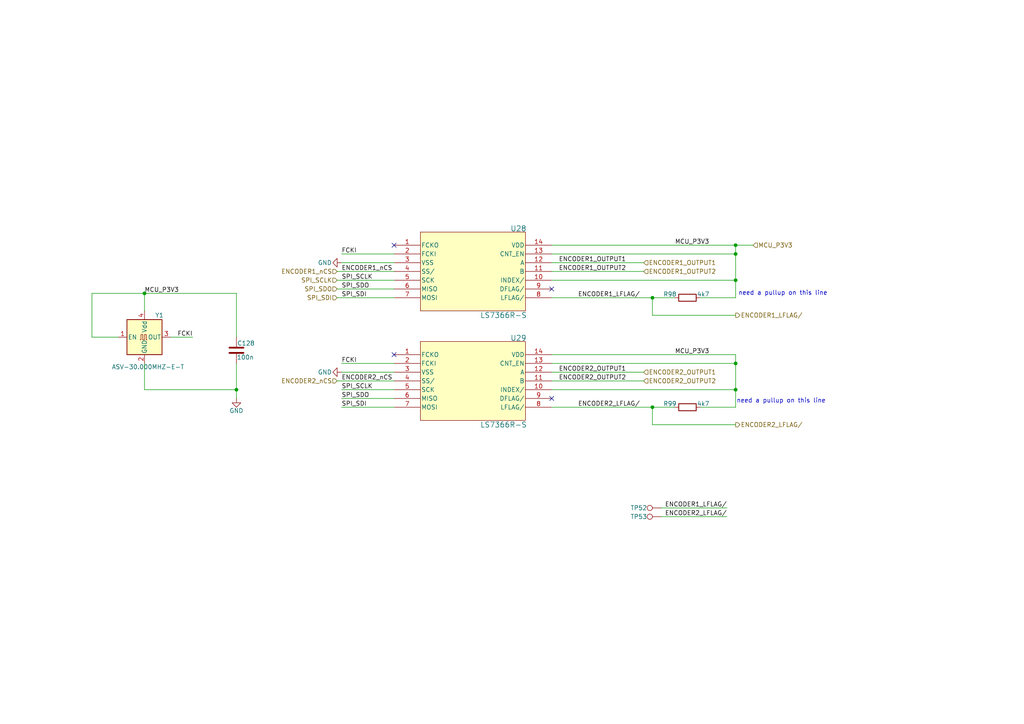
<source format=kicad_sch>
(kicad_sch (version 20250114) (generator "eeschema") (generator_version "9.0")
  (paper "A4")
  (lib_symbols
    (symbol "Connector:TestPoint" (pin_numbers (hide yes)) (pin_names (offset 0.762) (hide yes))
      (property "Reference" "TP" (at 0 6.858 0))
      (property "Value" "TestPoint" (at 0 5.08 0))
      (symbol "TestPoint_0_1"
        (circle (center 0 3.302) (radius 0.762))
      )
      (symbol "TestPoint_1_1"
        (pin passive line (at 0 0 90) (length 2.54) (name "1") (number "1"))
      )
    )
    (symbol "Device:C" (pin_numbers (hide yes)) (pin_names (offset 0.254))
      (property "Reference" "C" (at 0.635 2.54 0))
      (property "Value" "C" (at 0.635 -2.54 0))
      (symbol "C_0_1"
        (polyline (pts (xy -2.032 0.762) (xy 2.032 0.762)) (stroke (width 0.508)))
        (polyline (pts (xy -2.032 -0.762) (xy 2.032 -0.762)) (stroke (width 0.508)))
      )
      (symbol "C_1_1"
        (pin passive line (at 0 3.81 270) (length 2.794) (name "~") (number "1"))
        (pin passive line (at 0 -3.81 90) (length 2.794) (name "~") (number "2"))
      )
    )
    (symbol "Device:R" (pin_numbers (hide yes)) (pin_names (offset 0))
      (property "Reference" "R" (at 2.032 0 90))
      (property "Value" "R" (at 0 0 90))
      (symbol "R_0_1"
        (rectangle (start -1.016 -2.54) (end 1.016 2.54) (stroke (width 0.254)))
      )
      (symbol "R_1_1"
        (pin passive line (at 0 3.81 270) (length 1.27) (name "~") (number "1"))
        (pin passive line (at 0 -3.81 90) (length 1.27) (name "~") (number "2"))
      )
    )
    (symbol "LS7366R-S:LS7366R-S" (pin_names (offset 0.254))
      (property "Reference" "U" (at 22.86 10.16 0))
      (property "Value" "LS7366R-S" (at 22.86 7.62 0))
      (symbol "LS7366R-S_0_1"
        (pin bidirectional line (at 0 0 0) (length 7.62) (name "FCKO") (number "1"))
        (pin bidirectional line (at 0 -2.54 0) (length 7.62) (name "FCKI") (number "2"))
        (pin power_out line (at 0 -5.08 0) (length 7.62) (name "VSS") (number "3"))
        (pin unspecified line (at 0 -7.62 0) (length 7.62) (name "SS/") (number "4"))
        (pin input line (at 0 -10.16 0) (length 7.62) (name "SCK") (number "5"))
        (pin output line (at 0 -12.7 0) (length 7.62) (name "MISO") (number "6"))
        (pin input line (at 0 -15.24 0) (length 7.62) (name "MOSI") (number "7"))
        (pin power_in line (at 45.72 0 180) (length 7.62) (name "VDD") (number "14"))
        (pin input line (at 45.72 -2.54 180) (length 7.62) (name "CNT_EN") (number "13"))
        (pin input line (at 45.72 -5.08 180) (length 7.62) (name "A") (number "12"))
        (pin input line (at 45.72 -7.62 180) (length 7.62) (name "B") (number "11"))
        (pin input line (at 45.72 -10.16 180) (length 7.62) (name "INDEX/") (number "10"))
        (pin output line (at 45.72 -12.7 180) (length 7.62) (name "DFLAG/") (number "9"))
        (pin output line (at 45.72 -15.24 180) (length 7.62) (name "LFLAG/") (number "8"))
      )
      (symbol "LS7366R-S_1_1"
        (rectangle (start 7.62 3.81) (end 38.1 -19.05) (fill (type background)))
      )
    )
    (symbol "Oscillator:ASV-xxxMHz" (pin_names (offset 0.254))
      (property "Reference" "Y" (at -5.08 6.35 0))
      (property "Value" "ASV-xxxMHz" (at 1.27 -6.35 0))
      (symbol "ASV-xxxMHz_0_1"
        (rectangle (start -5.08 5.08) (end 5.08 -5.08) (stroke (width 0.254)) (fill (type background)))
        (polyline (pts (xy -1.27 -0.762) (xy -1.016 -0.762) (xy -1.016 0.762) (xy -0.508 0.762) (xy -0.508 -0.762) (xy 0 -0.762) (xy 0 0.762) (xy 0.508 0.762) (xy 0.508 -0.762) (xy 0.762 -0.762)))
      )
      (symbol "ASV-xxxMHz_1_1"
        (pin input line (at -7.62 0 0) (length 2.54) (name "EN") (number "1"))
        (pin power_in line (at 0 7.62 270) (length 2.54) (name "Vdd") (number "4"))
        (pin power_in line (at 0 -7.62 90) (length 2.54) (name "GND") (number "2"))
        (pin output line (at 7.62 0 180) (length 2.54) (name "OUT") (number "3"))
      )
    )
    (symbol "power:GND" (power) (pin_numbers (hide yes)) (pin_names (offset 0) (hide yes))
      (property "Value" "GND" (at 0 -3.81 0))
      (symbol "GND_0_1"
        (polyline (pts (xy 0 0) (xy 0 -1.27) (xy 1.27 -1.27) (xy 0 -2.54) (xy -1.27 -1.27) (xy 0 -1.27)))
      )
      (symbol "GND_1_1"
        (pin power_in line (at 0 0 270) (length 0) (name "~") (number "1"))
      )
    )
  )
  (text "need a pullup on this line" (at 226.568 116.332 0) (effects (font (size 1.27 1.27))))
  (text "need a pullup on this line" (at 227.076 85.09 0) (effects (font (size 1.27 1.27))))
  (junction (at 189.23 118.11))
  (junction (at 68.58 113.03))
  (junction (at 213.36 81.28))
  (junction (at 213.36 105.41))
  (junction (at 189.23 86.36))
  (junction (at 213.36 113.03))
  (junction (at 213.36 71.12))
  (junction (at 41.91 85.09))
  (junction (at 213.36 73.66))
  (no_connect (at 160.02 83.82))
  (no_connect (at 114.3 102.87))
  (no_connect (at 114.3 71.12))
  (no_connect (at 160.02 115.57))
  (wire (pts (xy 210.82 147.32) (xy 191.77 147.32)))
  (wire (pts (xy 99.06 76.2) (xy 114.3 76.2)))
  (wire (pts (xy 99.06 113.03) (xy 114.3 113.03)))
  (wire (pts (xy 99.06 115.57) (xy 114.3 115.57)))
  (wire (pts (xy 189.23 91.44) (xy 213.36 91.44)))
  (wire (pts (xy 189.23 86.36) (xy 195.58 86.36)))
  (wire (pts (xy 160.02 102.87) (xy 213.36 102.87)))
  (wire (pts (xy 203.2 86.36) (xy 213.36 86.36)))
  (wire (pts (xy 160.02 78.74) (xy 186.69 78.74)))
  (wire (pts (xy 41.91 113.03) (xy 68.58 113.03)))
  (wire (pts (xy 97.79 86.36) (xy 114.3 86.36)))
  (wire (pts (xy 26.67 85.09) (xy 41.91 85.09)))
  (wire (pts (xy 160.02 76.2) (xy 186.69 76.2)))
  (wire (pts (xy 99.06 73.66) (xy 114.3 73.66)))
  (wire (pts (xy 160.02 107.95) (xy 186.69 107.95)))
  (wire (pts (xy 41.91 85.09) (xy 68.58 85.09)))
  (wire (pts (xy 26.67 85.09) (xy 26.67 97.79)))
  (wire (pts (xy 213.36 81.28) (xy 213.36 86.36)))
  (wire (pts (xy 213.36 102.87) (xy 213.36 105.41)))
  (wire (pts (xy 189.23 118.11) (xy 195.58 118.11)))
  (wire (pts (xy 41.91 105.41) (xy 41.91 113.03)))
  (wire (pts (xy 210.82 149.86) (xy 191.77 149.86)))
  (wire (pts (xy 68.58 85.09) (xy 68.58 97.79)))
  (wire (pts (xy 41.91 85.09) (xy 41.91 90.17)))
  (wire (pts (xy 99.06 105.41) (xy 114.3 105.41)))
  (wire (pts (xy 213.36 73.66) (xy 213.36 81.28)))
  (wire (pts (xy 160.02 113.03) (xy 213.36 113.03)))
  (wire (pts (xy 99.06 107.95) (xy 114.3 107.95)))
  (wire (pts (xy 189.23 86.36) (xy 189.23 91.44)))
  (wire (pts (xy 160.02 73.66) (xy 213.36 73.66)))
  (wire (pts (xy 26.67 97.79) (xy 34.29 97.79)))
  (wire (pts (xy 97.79 83.82) (xy 114.3 83.82)))
  (wire (pts (xy 203.2 118.11) (xy 213.36 118.11)))
  (wire (pts (xy 213.36 113.03) (xy 213.36 118.11)))
  (wire (pts (xy 160.02 118.11) (xy 189.23 118.11)))
  (wire (pts (xy 213.36 105.41) (xy 213.36 113.03)))
  (wire (pts (xy 160.02 86.36) (xy 189.23 86.36)))
  (wire (pts (xy 99.06 118.11) (xy 114.3 118.11)))
  (wire (pts (xy 160.02 110.49) (xy 186.69 110.49)))
  (wire (pts (xy 97.79 81.28) (xy 114.3 81.28)))
  (wire (pts (xy 213.36 71.12) (xy 213.36 73.66)))
  (wire (pts (xy 55.88 97.79) (xy 49.53 97.79)))
  (wire (pts (xy 213.36 71.12) (xy 218.44 71.12)))
  (wire (pts (xy 160.02 71.12) (xy 213.36 71.12)))
  (wire (pts (xy 68.58 105.41) (xy 68.58 113.03)))
  (wire (pts (xy 97.79 78.74) (xy 114.3 78.74)))
  (wire (pts (xy 160.02 81.28) (xy 213.36 81.28)))
  (wire (pts (xy 160.02 105.41) (xy 213.36 105.41)))
  (wire (pts (xy 97.79 110.49) (xy 114.3 110.49)))
  (wire (pts (xy 189.23 123.19) (xy 213.36 123.19)))
  (wire (pts (xy 189.23 118.11) (xy 189.23 123.19)))
  (wire (pts (xy 68.58 113.03) (xy 68.58 115.57)))
  (label "ENCODER2_nCS" (at 99.06 110.49 0))
  (label "MCU_P3V3" (at 41.91 85.09 0))
  (label "ENCODER2_LFLAG{slash}" (at 210.82 149.86 180))
  (label "ENCODER2_OUTPUT2" (at 181.61 110.49 180))
  (label "ENCODER2_OUTPUT1" (at 181.61 107.95 180))
  (label "FCKI" (at 99.06 73.66 0))
  (label "SPI_SDI" (at 99.06 118.11 0))
  (label "SPI_SDI" (at 99.06 86.36 0))
  (label "ENCODER1_LFLAG{slash}" (at 210.82 147.32 180))
  (label "SPI_SCLK" (at 99.06 81.28 0))
  (label "ENCODER1_LFLAG{slash}" (at 167.64 86.36 0))
  (label "ENCODER1_OUTPUT1" (at 181.61 76.2 180))
  (label "SPI_SDO" (at 99.06 83.82 0))
  (label "MCU_P3V3" (at 205.74 71.12 180))
  (label "MCU_P3V3" (at 205.74 102.87 180))
  (label "SPI_SDO" (at 99.06 115.57 0))
  (label "FCKI" (at 99.06 105.41 0))
  (label "ENCODER1_nCS" (at 99.06 78.74 0))
  (label "SPI_SCLK" (at 99.06 113.03 0))
  (label "ENCODER1_OUTPUT2" (at 181.61 78.74 180))
  (label "FCKI" (at 55.88 97.79 180))
  (label "ENCODER2_LFLAG{slash}" (at 167.64 118.11 0))
  (hierarchical_label "SPI_SDI" (shape input) (at 97.79 86.36 180))
  (hierarchical_label "ENCODER2_OUTPUT1" (shape input) (at 186.69 107.95 0))
  (hierarchical_label "ENCODER1_nCS" (shape input) (at 97.79 78.74 180))
  (hierarchical_label "MCU_P3V3" (shape input) (at 218.44 71.12 0))
  (hierarchical_label "ENCODER2_OUTPUT2" (shape input) (at 186.69 110.49 0))
  (hierarchical_label "ENCODER1_LFLAG{slash}" (shape output) (at 213.36 91.44 0))
  (hierarchical_label "ENCODER1_OUTPUT2" (shape input) (at 186.69 78.74 0))
  (hierarchical_label "ENCODER1_OUTPUT1" (shape input) (at 186.69 76.2 0))
  (hierarchical_label "SPI_SCLK" (shape input) (at 97.79 81.28 180))
  (hierarchical_label "ENCODER2_LFLAG{slash}" (shape output) (at 213.36 123.19 0))
  (hierarchical_label "SPI_SDO" (shape input) (at 97.79 83.82 180))
  (hierarchical_label "ENCODER2_nCS" (shape input) (at 97.79 110.49 180))
  (symbol (lib_id "LS7366R-S:LS7366R-S") (at 114.3 71.12 0) (unit 1)
    (property "Reference" "U28" (at 150.368 66.294 0) (effects (font (size 1.524 1.524))))
    (property "Value" "LS7366R-S" (at 146.05 91.44 0) (effects (font (size 1.524 1.524))))
    (property "Footprint" "LS7366R_S:SOIC127P600X175-14N" (effects (hide yes)))
    (property "Datasheet" "LS7366R-S" (effects (hide yes)))
    (property "DigiKey Link" "https://www.digikey.com/short/q4p5z99m" (effects (hide yes)))
    (property "DigiKey Part Number" "2808-LS7366R-S-ND" (effects (hide yes)))
    (property "Manufactaurer Part Number" "LS7366R-S" (effects (hide yes)))
    (property "Mouser Link" "N/A" (effects (hide yes)))
    (property "Mouser Part Number" "N/A" (effects (hide yes)))
    (property "Mouser Price per Unit" "N/A" (effects (hide yes)))
    (property "DigiKey Price per Unit" "6.32" (effects (hide yes)))
  )
  (symbol (lib_id "power:GND") (at 99.06 107.95 270) (unit 1)
    (property "Reference" "#PWR077" (effects (hide yes)))
    (property "Value" "GND" (at 96.266 107.95 90) (effects (justify right)))
    (property "Description" "Power symbol creates a global label with name \"GND\" , ground" (effects (hide yes)))
  )
  (symbol (lib_id "Oscillator:ASV-xxxMHz") (at 41.91 97.79 0) (unit 1)
    (property "Reference" "Y1" (at 46.228 91.44 0))
    (property "Value" "ASV-30.000MHZ-E-T" (at 42.926 106.426 0))
    (property "Footprint" "ASV-30.000MHZ-E-T:ASV25000MHZEJT" (effects (hide yes)))
    (property "Datasheet" "http://www.abracon.com/Oscillators/ASV.pdf" (effects (hide yes)))
    (property "Description" "3.3V HCMOS SMD Crystal Clock Oscillator, Abracon" (effects (hide yes)))
    (property "DigiKey Link" "https://www.digikey.com/short/fmdj4bm0" (effects (hide yes)))
    (property "DigiKey Part Number" "535-9319-2-ND " (effects (hide yes)))
    (property "Manufactaurer Part Number" "ASV-25.000MHZ-EJ-T" (effects (hide yes)))
    (property "Mouser Link" "https://mou.sr/4n13zEv" (effects (hide yes)))
    (property "Mouser Part Number" "815-ASV-25-EJ-T" (effects (hide yes)))
    (property "Mouser Price per Unit" "1.24" (effects (hide yes)))
    (property "DigiKey Price per Unit" "1.30" (effects (hide yes)))
  )
  (symbol (lib_id "Device:R") (at 199.39 86.36 90) (mirror x) (unit 1)
    (property "Reference" "R98" (at 194.31 85.344 90))
    (property "Value" "4k7" (at 203.962 85.344 90))
    (property "Footprint" "Resistor_SMD:R_0603_1608Metric_Pad0.98x0.95mm_HandSolder" (effects (hide yes)))
    (property "Description" "Resistor" (effects (hide yes)))
    (property "DigiKey Link" "https://www.digikey.com/short/0wt4qm7j" (effects (hide yes)))
    (property "DigiKey Part Number" "541-2792-2-ND" (effects (hide yes)))
    (property "Manufactaurer Part Number" "RCS06034K70FKEA " (effects (hide yes)))
    (property "Mouser Link" "https://mou.sr/48a41vp" (effects (hide yes)))
    (property "Mouser Part Number" "71-RCS06034K70FKEA " (effects (hide yes)))
    (property "Mouser Price per Unit" "0.13" (effects (hide yes)))
    (property "DigiKey Price per Unit" "0.13" (effects (hide yes)))
  )
  (symbol (lib_id "Device:C") (at 68.58 101.6 180) (unit 1)
    (property "Reference" "C128" (at 73.914 99.568 0) (effects (justify left)))
    (property "Value" "100n" (at 73.66 103.632 0) (effects (justify left)))
    (property "Footprint" "Capacitor_SMD:C_0603_1608Metric_Pad1.08x0.95mm_HandSolder" (effects (hide yes)))
    (property "Description" "Unpolarized capacitor" (effects (hide yes)))
    (property "DigiKey Link" "https://www.digikey.com/short/2nhzzz3n" (effects (hide yes)))
    (property "DigiKey Part Number" "CL10B104MB8NNNC" (effects (hide yes)))
    (property "Manufactaurer Part Number" "CL10B104MB8NNNC" (effects (hide yes)))
    (property "Mouser Link" "https://mou.sr/3JWJm45" (effects (hide yes)))
    (property "Mouser Part Number" "187-CL10B104MB8NNNC " (effects (hide yes)))
    (property "Mouser Price per Unit" "0.10" (effects (hide yes)))
    (property "DigiKey Price per Unit" "0.08" (effects (hide yes)))
  )
  (symbol (lib_id "Connector:TestPoint") (at 191.77 147.32 90) (unit 1)
    (property "Reference" "TP52" (at 187.706 147.32 90) (effects (justify left)))
    (property "Value" "TestPoint" (effects (hide yes)))
    (property "Footprint" "3825:3825" (effects (hide yes)))
    (property "Description" "test point" (effects (hide yes)))
    (property "DigiKey Link" "https://www.digikey.com/short/n04bqb2d" (effects (hide yes)))
    (property "DigiKey Part Number" "1528-3825-ND" (effects (hide yes)))
    (property "Manufactaurer Part Number" "3825" (effects (hide yes)))
    (property "Mouser Link" "https://mou.sr/3MgWhw3" (effects (hide yes)))
    (property "Mouser Part Number" "485-3825" (effects (hide yes)))
    (property "Mouser Price per Unit" "9.95" (effects (hide yes)))
    (property "DigiKey Price per Unit" "9.95" (effects (hide yes)))
  )
  (symbol (lib_id "LS7366R-S:LS7366R-S") (at 114.3 102.87 0) (unit 1)
    (property "Reference" "U29" (at 150.368 98.044 0) (effects (font (size 1.524 1.524))))
    (property "Value" "LS7366R-S" (at 146.05 123.19 0) (effects (font (size 1.524 1.524))))
    (property "Footprint" "LS7366R_S:SOIC127P600X175-14N" (effects (hide yes)))
    (property "Datasheet" "LS7366R-S" (effects (hide yes)))
    (property "DigiKey Link" "https://www.digikey.com/short/q4p5z99m" (effects (hide yes)))
    (property "DigiKey Part Number" "2808-LS7366R-S-ND" (effects (hide yes)))
    (property "Manufactaurer Part Number" "LS7366R-S" (effects (hide yes)))
    (property "Mouser Link" "N/A" (effects (hide yes)))
    (property "Mouser Part Number" "N/A" (effects (hide yes)))
    (property "Mouser Price per Unit" "N/A" (effects (hide yes)))
    (property "DigiKey Price per Unit" "6.32" (effects (hide yes)))
  )
  (symbol (lib_id "power:GND") (at 68.58 115.57 0) (unit 1)
    (property "Reference" "#PWR075" (effects (hide yes)))
    (property "Value" "GND" (at 70.612 119.126 0) (effects (justify right)))
    (property "Description" "Power symbol creates a global label with name \"GND\" , ground" (effects (hide yes)))
  )
  (symbol (lib_id "Device:R") (at 199.39 118.11 90) (mirror x) (unit 1)
    (property "Reference" "R99" (at 194.31 117.094 90))
    (property "Value" "4k7" (at 203.962 117.094 90))
    (property "Footprint" "Resistor_SMD:R_0603_1608Metric_Pad0.98x0.95mm_HandSolder" (effects (hide yes)))
    (property "Description" "Resistor" (effects (hide yes)))
    (property "DigiKey Link" "https://www.digikey.com/short/0wt4qm7j" (effects (hide yes)))
    (property "DigiKey Part Number" "541-2792-2-ND" (effects (hide yes)))
    (property "Manufactaurer Part Number" "RCS06034K70FKEA " (effects (hide yes)))
    (property "Mouser Link" "https://mou.sr/48a41vp" (effects (hide yes)))
    (property "Mouser Part Number" "71-RCS06034K70FKEA " (effects (hide yes)))
    (property "Mouser Price per Unit" "0.13" (effects (hide yes)))
    (property "DigiKey Price per Unit" "0.13" (effects (hide yes)))
  )
  (symbol (lib_id "power:GND") (at 99.06 76.2 270) (unit 1)
    (property "Reference" "#PWR076" (effects (hide yes)))
    (property "Value" "GND" (at 96.266 76.2 90) (effects (justify right)))
    (property "Description" "Power symbol creates a global label with name \"GND\" , ground" (effects (hide yes)))
  )
  (symbol (lib_id "Connector:TestPoint") (at 191.77 149.86 90) (unit 1)
    (property "Reference" "TP53" (at 187.706 149.86 90) (effects (justify left)))
    (property "Value" "TestPoint" (effects (hide yes)))
    (property "Footprint" "3825:3825" (effects (hide yes)))
    (property "Description" "test point" (effects (hide yes)))
    (property "DigiKey Link" "https://www.digikey.com/short/n04bqb2d" (effects (hide yes)))
    (property "DigiKey Part Number" "1528-3825-ND" (effects (hide yes)))
    (property "Manufactaurer Part Number" "3825" (effects (hide yes)))
    (property "Mouser Link" "https://mou.sr/3MgWhw3" (effects (hide yes)))
    (property "Mouser Part Number" "485-3825" (effects (hide yes)))
    (property "Mouser Price per Unit" "9.95" (effects (hide yes)))
    (property "DigiKey Price per Unit" "9.95" (effects (hide yes)))
  )
)
</source>
